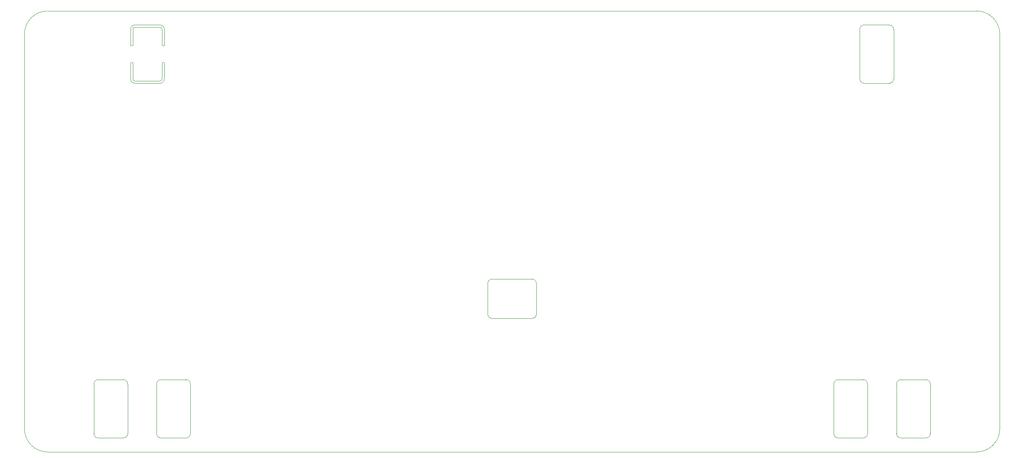
<source format=gm1>
G04 #@! TF.GenerationSoftware,KiCad,Pcbnew,8.0.5*
G04 #@! TF.CreationDate,2024-11-13T13:26:37+03:00*
G04 #@! TF.ProjectId,Bottom,426f7474-6f6d-42e6-9b69-6361645f7063,rev?*
G04 #@! TF.SameCoordinates,Original*
G04 #@! TF.FileFunction,Profile,NP*
%FSLAX46Y46*%
G04 Gerber Fmt 4.6, Leading zero omitted, Abs format (unit mm)*
G04 Created by KiCad (PCBNEW 8.0.5) date 2024-11-13 13:26:37*
%MOMM*%
%LPD*%
G01*
G04 APERTURE LIST*
G04 #@! TA.AperFunction,Profile*
%ADD10C,0.010000*%
G04 #@! TD*
G04 APERTURE END LIST*
D10*
X144251100Y-123753600D02*
X152751100Y-123753600D01*
X225051100Y-148503600D02*
G75*
G02*
X224051100Y-149503600I-1000000J0D01*
G01*
X229651100Y-60503600D02*
X224351100Y-60503600D01*
X72651100Y-60503600D02*
X67351100Y-60503600D01*
X59451100Y-149503600D02*
X64751100Y-149503600D01*
X79251100Y-148503600D02*
G75*
G02*
X78251100Y-149503600I-1000000J0D01*
G01*
X65751100Y-148503600D02*
X65751100Y-137903600D01*
X48501100Y-152503600D02*
G75*
G02*
X43501100Y-147503600I0J5000000D01*
G01*
X72651100Y-73103600D02*
X67351100Y-73103600D01*
X232251100Y-149503600D02*
G75*
G02*
X231251100Y-148503600I0J1000000D01*
G01*
X248501100Y-57503600D02*
X48501100Y-57503600D01*
X71951100Y-137903600D02*
G75*
G02*
X72951100Y-136903600I1000000J0D01*
G01*
X66851100Y-68803600D02*
X66851100Y-72103600D01*
X79251100Y-148503600D02*
X79251100Y-137903600D01*
X66851100Y-64803600D02*
G75*
G02*
X66351100Y-64803600I-250000J0D01*
G01*
X231251100Y-137903600D02*
G75*
G02*
X232251100Y-136903600I1000000J0D01*
G01*
X253501100Y-147503600D02*
X253501100Y-62503600D01*
X143251100Y-116253600D02*
X143251100Y-122753600D01*
X72651100Y-60503600D02*
G75*
G02*
X73651100Y-61503600I0J-1000000D01*
G01*
X64751100Y-136903600D02*
X59451100Y-136903600D01*
X58451100Y-137903600D02*
G75*
G02*
X59451100Y-136903600I1000000J0D01*
G01*
X248501100Y-57503600D02*
G75*
G02*
X253501100Y-62503600I0J-5000000D01*
G01*
X230651100Y-72103600D02*
X230651100Y-61503600D01*
X71951100Y-137903600D02*
X71951100Y-148503600D01*
X153751100Y-122753600D02*
G75*
G02*
X152751100Y-123753600I-1000000J0D01*
G01*
X218751100Y-149503600D02*
G75*
G02*
X217751100Y-148503600I0J1000000D01*
G01*
X73151100Y-72103600D02*
G75*
G02*
X72651100Y-72603600I-500000J0D01*
G01*
X152751100Y-115253600D02*
G75*
G02*
X153751100Y-116253600I0J-1000000D01*
G01*
X217751100Y-137903600D02*
G75*
G02*
X218751100Y-136903600I1000000J0D01*
G01*
X73151100Y-61503600D02*
X73151100Y-64803600D01*
X67351100Y-61003600D02*
X72651100Y-61003600D01*
X144251100Y-123753600D02*
G75*
G02*
X143251100Y-122753600I0J1000000D01*
G01*
X230651100Y-72103600D02*
G75*
G02*
X229651100Y-73103600I-1000000J0D01*
G01*
X73151100Y-72103600D02*
X73151100Y-68803600D01*
X66851100Y-61503600D02*
G75*
G02*
X67351100Y-61003600I500000J0D01*
G01*
X72651100Y-61003600D02*
G75*
G02*
X73151100Y-61503600I0J-500000D01*
G01*
X64751100Y-136903600D02*
G75*
G02*
X65751100Y-137903600I0J-1000000D01*
G01*
X66351100Y-61503600D02*
G75*
G02*
X67351100Y-60503600I1000000J0D01*
G01*
X72951100Y-149503600D02*
G75*
G02*
X71951100Y-148503600I0J1000000D01*
G01*
X223351100Y-61503600D02*
X223351100Y-72103600D01*
X78251100Y-136903600D02*
X72951100Y-136903600D01*
X237551100Y-149503600D02*
X232251100Y-149503600D01*
X58451100Y-137903600D02*
X58451100Y-148503600D01*
X231251100Y-148503600D02*
X231251100Y-137903600D01*
X218751100Y-136903600D02*
X224051100Y-136903600D01*
X67351100Y-72603600D02*
X72651100Y-72603600D01*
X66351100Y-72103600D02*
X66351100Y-68803600D01*
X59451100Y-149503600D02*
G75*
G02*
X58451100Y-148503600I0J1000000D01*
G01*
X224051100Y-149503600D02*
X218751100Y-149503600D01*
X78251100Y-136903600D02*
G75*
G02*
X79251100Y-137903600I0J-1000000D01*
G01*
X224051100Y-136903600D02*
G75*
G02*
X225051100Y-137903600I0J-1000000D01*
G01*
X73651100Y-72103600D02*
G75*
G02*
X72651100Y-73103600I-1000000J0D01*
G01*
X67351100Y-72603600D02*
G75*
G02*
X66851100Y-72103600I0J500000D01*
G01*
X73651100Y-68803600D02*
X73651100Y-72103600D01*
X153751100Y-122753600D02*
X153751100Y-116253600D01*
X43501100Y-62503600D02*
G75*
G02*
X48501100Y-57503600I5000000J0D01*
G01*
X73651100Y-64803600D02*
X73651100Y-61503600D01*
X238551100Y-137903600D02*
X238551100Y-148503600D01*
X66351100Y-68803600D02*
G75*
G02*
X66851100Y-68803600I250000J0D01*
G01*
X253501100Y-147503600D02*
G75*
G02*
X248501100Y-152503600I-5000000J0D01*
G01*
X48501100Y-152503600D02*
X248501100Y-152503600D01*
X72951100Y-149503600D02*
X78251100Y-149503600D01*
X143251100Y-116253600D02*
G75*
G02*
X144251100Y-115253600I1000000J0D01*
G01*
X152751100Y-115253600D02*
X144251100Y-115253600D01*
X66351100Y-61503600D02*
X66351100Y-64803600D01*
X232251100Y-136903600D02*
X237551100Y-136903600D01*
X225051100Y-137903600D02*
X225051100Y-148503600D01*
X238551100Y-148503600D02*
G75*
G02*
X237551100Y-149503600I-1000000J0D01*
G01*
X66851100Y-64803600D02*
X66851100Y-61503600D01*
X217751100Y-148503600D02*
X217751100Y-137903600D01*
X223351100Y-61503600D02*
G75*
G02*
X224351100Y-60503600I1000000J0D01*
G01*
X237551100Y-136903600D02*
G75*
G02*
X238551100Y-137903600I0J-1000000D01*
G01*
X229651100Y-60503600D02*
G75*
G02*
X230651100Y-61503600I0J-1000000D01*
G01*
X224351100Y-73103600D02*
G75*
G02*
X223351100Y-72103600I0J1000000D01*
G01*
X73651100Y-64803600D02*
G75*
G02*
X73151100Y-64803600I-250000J0D01*
G01*
X65751100Y-148503600D02*
G75*
G02*
X64751100Y-149503600I-1000000J0D01*
G01*
X67351100Y-73103600D02*
G75*
G02*
X66351100Y-72103600I0J1000000D01*
G01*
X224351100Y-73103600D02*
X229651100Y-73103600D01*
X73151100Y-68803600D02*
G75*
G02*
X73651100Y-68803600I250000J0D01*
G01*
X43501100Y-62503600D02*
X43501100Y-147503600D01*
M02*

</source>
